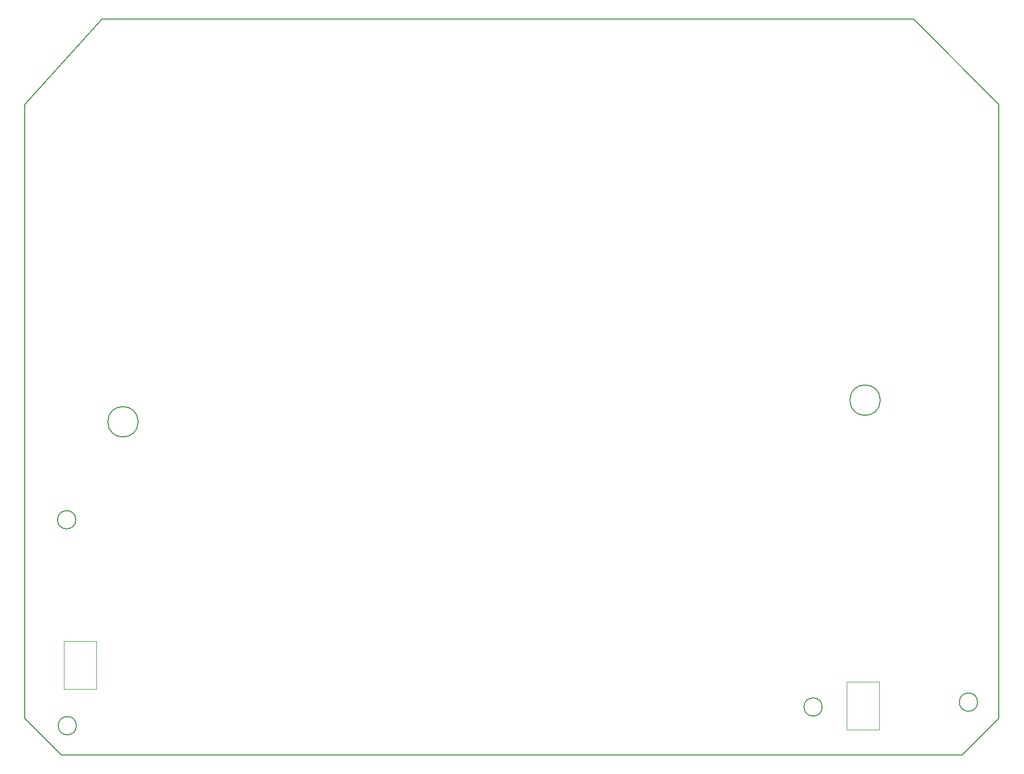
<source format=gbr>
%TF.GenerationSoftware,KiCad,Pcbnew,8.0.5*%
%TF.CreationDate,2025-07-16T23:18:55+01:00*%
%TF.ProjectId,Polygonus-Universal-Base,506f6c79-676f-46e7-9573-2d556e697665,rev?*%
%TF.SameCoordinates,Original*%
%TF.FileFunction,Profile,NP*%
%FSLAX46Y46*%
G04 Gerber Fmt 4.6, Leading zero omitted, Abs format (unit mm)*
G04 Created by KiCad (PCBNEW 8.0.5) date 2025-07-16 23:18:55*
%MOMM*%
%LPD*%
G01*
G04 APERTURE LIST*
%TA.AperFunction,Profile*%
%ADD10C,0.200000*%
%TD*%
%TA.AperFunction,Profile*%
%ADD11C,0.120000*%
%TD*%
G04 APERTURE END LIST*
D10*
X75753600Y-89560400D02*
G75*
G02*
X70753600Y-89560400I-2500000J0D01*
G01*
X70753600Y-89560400D02*
G75*
G02*
X75753600Y-89560400I2500000J0D01*
G01*
X57160000Y-82380000D02*
X57160000Y-50580000D01*
X213661827Y-135651551D02*
G75*
G02*
X210661827Y-135651551I-1500000J0D01*
G01*
X210661827Y-135651551D02*
G75*
G02*
X213661827Y-135651551I1500000J0D01*
G01*
X57160000Y-50580000D02*
X57160000Y-37380000D01*
X217160000Y-138338000D02*
X211160000Y-144338000D01*
X203200000Y-23340000D02*
X217160000Y-37380000D01*
X69850000Y-23340000D02*
X203200000Y-23340000D01*
X197673600Y-86004400D02*
G75*
G02*
X192673600Y-86004400I-2500000J0D01*
G01*
X192673600Y-86004400D02*
G75*
G02*
X197673600Y-86004400I2500000J0D01*
G01*
X211160000Y-144338000D02*
X63160000Y-144338000D01*
X57160000Y-37380000D02*
X69850000Y-23340000D01*
X57160000Y-37380000D02*
X57160000Y-37380000D01*
X57160000Y-95580000D02*
X57160000Y-82380000D01*
X63160000Y-144338000D02*
X57160000Y-138338000D01*
X217160000Y-50580000D02*
X217160000Y-87380000D01*
X217160000Y-37380000D02*
X217160000Y-50580000D01*
X65508000Y-105664000D02*
G75*
G02*
X62508000Y-105664000I-1500000J0D01*
G01*
X62508000Y-105664000D02*
G75*
G02*
X65508000Y-105664000I1500000J0D01*
G01*
X57160000Y-138338000D02*
X57160000Y-95580000D01*
X217160000Y-100580000D02*
X217160000Y-138338000D01*
X65609600Y-139520800D02*
G75*
G02*
X62609600Y-139520800I-1500000J0D01*
G01*
X62609600Y-139520800D02*
G75*
G02*
X65609600Y-139520800I1500000J0D01*
G01*
X217160000Y-87380000D02*
X217160000Y-100580000D01*
X188139200Y-136448800D02*
G75*
G02*
X185139200Y-136448800I-1500000J0D01*
G01*
X185139200Y-136448800D02*
G75*
G02*
X188139200Y-136448800I1500000J0D01*
G01*
X217160000Y-37380000D02*
X217160000Y-37380000D01*
%TO.C,U1*%
D11*
X192174349Y-140200815D02*
X197508349Y-140200815D01*
X197508349Y-132326815D01*
X192174349Y-132326815D01*
X192174349Y-140200815D01*
%TO.C,U2*%
X63516115Y-133487435D02*
X68850115Y-133487435D01*
X68850115Y-125613435D01*
X63516115Y-125613435D01*
X63516115Y-133487435D01*
%TD*%
M02*

</source>
